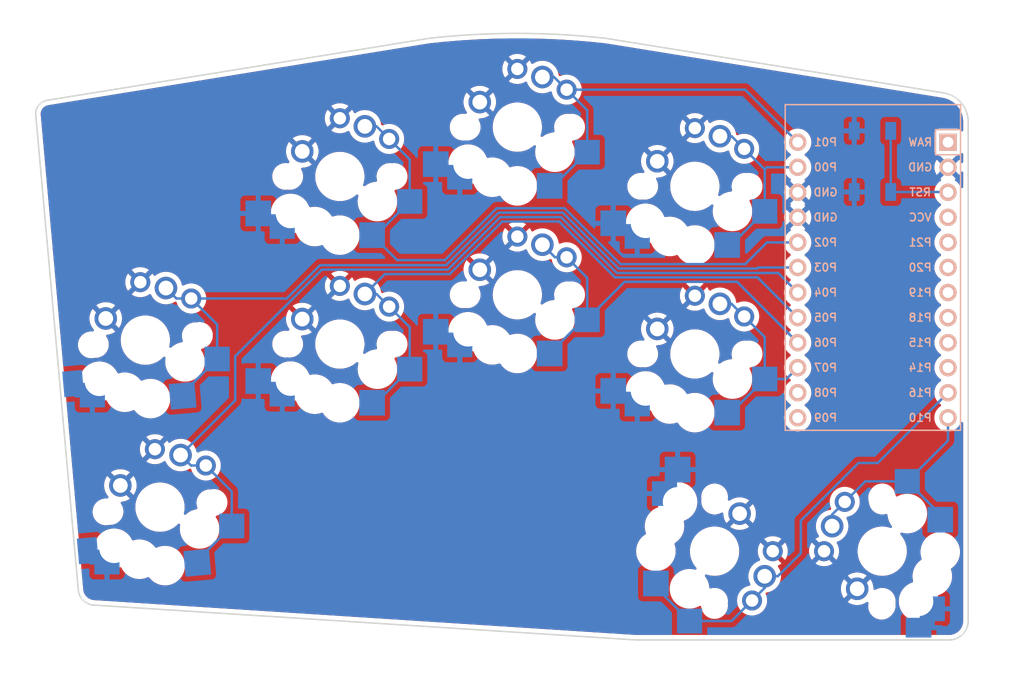
<source format=kicad_pcb>
(kicad_pcb (version 20211232) (generator pcbnew)
  (title_block (title "KEYBOARD_NAME_HERE") (rev "VERSION_HERE") (company "YOUR_NAME_HERE"))
  (layers (0 "F.Cu" signal) (31 "B.Cu" signal) (34 "B.Paste" user) (35 "F.Paste" user) (36 "B.SilkS" user "B.Silkscreen") (37 "F.SilkS" user "F.Silkscreen") (38 "B.Mask" user) (39 "F.Mask" user) (44 "Edge.Cuts" user))
  (net 0 "")
  (net 1 "P1")
  (net 2 "GND")
  (net 3 "P2")
  (net 4 "P3")
  (net 5 "P4")
  (net 6 "P5")
  (net 7 "P6")
  (net 8 "P7")
  (net 9 "P8")
  (net 10 "P10")
  (net 11 "P9")
  (net 12 "RAW")
  (net 13 "RST")
  (net 14 "VCC")
  (net 15 "P21")
  (net 16 "P20")
  (net 17 "P19")
  (net 18 "P18")
  (net 19 "P15")
  (net 20 "P14")
  (net 21 "P16")
  (net 22 "P0")
  (footprint "MX" (layer "F.Cu") (at 193.132 139.174)
    (fp_text reference "S10" hide)
    (fp_text value "" hide)
    (pad "" np_thru_hole circle locked (at -5.08 0) (size 1.7018 1.7018) (drill 1.7018) (layers *.Cu *.Mask))
    (pad "" np_thru_hole circle locked (at 0 0) (size 3.9878 3.9878) (drill 3.9878) (layers *.Cu *.Mask))
    (pad "" np_thru_hole circle locked (at 5.08 0) (size 1.7018 1.7018) (drill 1.7018) (layers *.Cu *.Mask))
    (pad "1" thru_hole circle locked (at 2.54 -5.08) (size 2.286 2.286) (drill 1.4986) (layers *.Cu *.Mask) (net 6 "P5"))
    (pad "2" thru_hole circle locked (at -3.81 -2.54) (size 2.286 2.286) (drill 1.4986) (layers *.Cu *.Mask) (net 2 "GND"))
  )
  (footprint "MX" (layer "F.Cu") (at 173.411717 138.773041 5)
    (fp_text reference "S6" hide)
    (fp_text value "" hide)
    (pad "" np_thru_hole circle locked (at -5.08 0) (size 1.7018 1.7018) (drill 1.7018) (layers *.Cu *.Mask))
    (pad "" np_thru_hole circle locked (at 0 0) (size 3.9878 3.9878) (drill 3.9878) (layers *.Cu *.Mask))
    (pad "" np_thru_hole circle locked (at 5.08 0) (size 1.7018 1.7018) (drill 1.7018) (layers *.Cu *.Mask))
    (pad "1" thru_hole circle locked (at 2.54 -5.08) (size 2.286 2.286) (drill 1.4986) (layers *.Cu *.Mask) (net 4 "P3"))
    (pad "2" thru_hole circle locked (at -3.81 -2.54) (size 2.286 2.286) (drill 1.4986) (layers *.Cu *.Mask) (net 2 "GND"))
  )
  (footprint "PG1350" (layer "F.Cu") (at 229.132 123.174)
    (fp_text reference "S29" hide)
    (fp_text value "" hide)
    (pad "" np_thru_hole circle locked (at -5.5 0) (size 1.7018 1.7018) (drill 1.7018) (layers *.Cu *.Mask))
    (pad "" np_thru_hole circle locked (at 0 0) (size 3.429 3.429) (drill 3.429) (layers *.Cu *.Mask))
    (pad "" np_thru_hole circle locked (at 5.5 0) (size 1.7018 1.7018) (drill 1.7018) (layers *.Cu *.Mask))
    (pad "1" thru_hole circle locked (at 5 -3.8) (size 2.032 2.032) (drill 1.27) (layers *.Cu *.Mask) (net 22 "P0"))
    (pad "2" thru_hole circle locked (at 0 -5.9) (size 2.032 2.032) (drill 1.27) (layers *.Cu *.Mask) (net 2 "GND"))
  )
  (footprint "PG1350" (layer "F.Cu") (at 229.132 123.174 180)
    (fp_text reference "S31" hide)
    (fp_text value "" hide)
    (pad "" np_thru_hole circle locked (at -5.5 0) (size 1.7018 1.7018) (drill 1.7018) (layers *.Cu *.Mask))
    (pad "" np_thru_hole circle locked (at 0 -5.95) (size 3 3) (drill 3) (layers *.Cu *.Mask))
    (pad "" np_thru_hole circle locked (at 0 0) (size 3.429 3.429) (drill 3.429) (layers *.Cu *.Mask))
    (pad "" np_thru_hole circle locked (at 5 -3.75) (size 3 3) (drill 3) (layers *.Cu *.Mask))
    (pad "" np_thru_hole circle locked (at 5.5 0) (size 1.7018 1.7018) (drill 1.7018) (layers *.Cu *.Mask))
    (pad "1" smd rect locked (at -3.275 -5.95 180) (size 2.6 2.6) (layers "B.Cu" "B.Paste" "B.Mask") (net 22 "P0"))
    (pad "2" smd rect locked (at 8.275 -3.75 180) (size 2.6 2.6) (layers "B.Cu" "B.Paste" "B.Mask") (net 2 "GND"))
  )
  (footprint "MX" (layer "F.Cu") (at 211.132 117.174 180)
    (fp_text reference "S24" hide)
    (fp_text value "" hide)
    (pad "" np_thru_hole circle locked (at -5.08 0) (size 1.7018 1.7018) (drill 1.7018) (layers *.Cu *.Mask))
    (pad "" np_thru_hole circle locked (at -3.81 -2.54) (size 3 3) (drill 3) (layers *.Cu *.Mask))
    (pad "" np_thru_hole circle locked (at 0 0) (size 3.9878 3.9878) (drill 3.9878) (layers *.Cu *.Mask))
    (pad "" np_thru_hole circle locked (at 2.54 -5.08) (size 3 3) (drill 3) (layers *.Cu *.Mask))
    (pad "" np_thru_hole circle locked (at 5.08 0) (size 1.7018 1.7018) (drill 1.7018) (layers *.Cu *.Mask))
    (pad "1" smd rect locked (at -7.085 -2.54 180) (size 2.55 2.5) (layers "B.Cu" "B.Paste" "B.Mask") (net 1 "P1"))
    (pad "2" smd rect locked (at 5.842 -5.08 180) (size 2.55 2.5) (layers "B.Cu" "B.Paste" "B.Mask") (net 2 "GND"))
  )
  (footprint "MX" (layer "F.Cu") (at 193.132 122.174)
    (fp_text reference "S14" hide)
    (fp_text value "" hide)
    (pad "" np_thru_hole circle locked (at -5.08 0) (size 1.7018 1.7018) (drill 1.7018) (layers *.Cu *.Mask))
    (pad "" np_thru_hole circle locked (at 0 0) (size 3.9878 3.9878) (drill 3.9878) (layers *.Cu *.Mask))
    (pad "" np_thru_hole circle locked (at 5.08 0) (size 1.7018 1.7018) (drill 1.7018) (layers *.Cu *.Mask))
    (pad "1" thru_hole circle locked (at 2.54 -5.08) (size 2.286 2.286) (drill 1.4986) (layers *.Cu *.Mask) (net 3 "P2"))
    (pad "2" thru_hole circle locked (at -3.81 -2.54) (size 2.286 2.286) (drill 1.4986) (layers *.Cu *.Mask) (net 2 "GND"))
  )
  (footprint "MX" (layer "F.Cu") (at 193.132 139.174 180)
    (fp_text reference "S12" hide)
    (fp_text value "" hide)
    (pad "" np_thru_hole circle locked (at -5.08 0) (size 1.7018 1.7018) (drill 1.7018) (layers *.Cu *.Mask))
    (pad "" np_thru_hole circle locked (at -3.81 -2.54) (size 3 3) (drill 3) (layers *.Cu *.Mask))
    (pad "" np_thru_hole circle locked (at 0 0) (size 3.9878 3.9878) (drill 3.9878) (layers *.Cu *.Mask))
    (pad "" np_thru_hole circle locked (at 2.54 -5.08) (size 3 3) (drill 3) (layers *.Cu *.Mask))
    (pad "" np_thru_hole circle locked (at 5.08 0) (size 1.7018 1.7018) (drill 1.7018) (layers *.Cu *.Mask))
    (pad "1" smd rect locked (at -7.085 -2.54 180) (size 2.55 2.5) (layers "B.Cu" "B.Paste" "B.Mask") (net 6 "P5"))
    (pad "2" smd rect locked (at 5.842 -5.08 180) (size 2.55 2.5) (layers "B.Cu" "B.Paste" "B.Mask") (net 2 "GND"))
  )
  (footprint "MX" (layer "F.Cu") (at 231.132 160.174 -90)
    (fp_text reference "S34" hide)
    (fp_text value "" hide)
    (pad "" np_thru_hole circle locked (at -5.08 0) (size 1.7018 1.7018) (drill 1.7018) (layers *.Cu *.Mask))
    (pad "" np_thru_hole circle locked (at 0 0) (size 3.9878 3.9878) (drill 3.9878) (layers *.Cu *.Mask))
    (pad "" np_thru_hole circle locked (at 5.08 0) (size 1.7018 1.7018) (drill 1.7018) (layers *.Cu *.Mask))
    (pad "1" thru_hole circle locked (at 2.54 -5.08) (size 2.286 2.286) (drill 1.4986) (layers *.Cu *.Mask) (net 21 "P16"))
    (pad "2" thru_hole circle locked (at -3.81 -2.54) (size 2.286 2.286) (drill 1.4986) (layers *.Cu *.Mask) (net 2 "GND"))
  )
  (footprint "MX" (layer "F.Cu") (at 193.132 122.174 180)
    (fp_text reference "S16" hide)
    (fp_text value "" hide)
    (pad "" np_thru_hole circle locked (at -5.08 0) (size 1.7018 1.7018) (drill 1.7018) (layers *.Cu *.Mask))
    (pad "" np_thru_hole circle locked (at -3.81 -2.54) (size 3 3) (drill 3) (layers *.Cu *.Mask))
    (pad "" np_thru_hole circle locked (at 0 0) (size 3.9878 3.9878) (drill 3.9878) (layers *.Cu *.Mask))
    (pad "" np_thru_hole circle locked (at 2.54 -5.08) (size 3 3) (drill 3) (layers *.Cu *.Mask))
    (pad "" np_thru_hole circle locked (at 5.08 0) (size 1.7018 1.7018) (drill 1.7018) (layers *.Cu *.Mask))
    (pad "1" smd rect locked (at -7.085 -2.54 180) (size 2.55 2.5) (layers "B.Cu" "B.Paste" "B.Mask") (net 3 "P2"))
    (pad "2" smd rect locked (at 5.842 -5.08 180) (size 2.55 2.5) (layers "B.Cu" "B.Paste" "B.Mask") (net 2 "GND"))
  )
  (footprint "PG1350" (layer "F.Cu") (at 193.132 139.174 180)
    (fp_text reference "S11" hide)
    (fp_text value "" hide)
    (pad "" np_thru_hole circle locked (at -5.5 0) (size 1.7018 1.7018) (drill 1.7018) (layers *.Cu *.Mask))
    (pad "" np_thru_hole circle locked (at 0 -5.95) (size 3 3) (drill 3) (layers *.Cu *.Mask))
    (pad "" np_thru_hole circle locked (at 0 0) (size 3.429 3.429) (drill 3.429) (layers *.Cu *.Mask))
    (pad "" np_thru_hole circle locked (at 5 -3.75) (size 3 3) (drill 3) (layers *.Cu *.Mask))
    (pad "" np_thru_hole circle locked (at 5.5 0) (size 1.7018 1.7018) (drill 1.7018) (layers *.Cu *.Mask))
    (pad "1" smd rect locked (at -3.275 -5.95 180) (size 2.6 2.6) (layers "B.Cu" "B.Paste" "B.Mask") (net 6 "P5"))
    (pad "2" smd rect locked (at 8.275 -3.75 180) (size 2.6 2.6) (layers "B.Cu" "B.Paste" "B.Mask") (net 2 "GND"))
  )
  (footprint "PG1350" (layer "F.Cu") (at 193.132 122.174 180)
    (fp_text reference "S15" hide)
    (fp_text value "" hide)
    (pad "" np_thru_hole circle locked (at -5.5 0) (size 1.7018 1.7018) (drill 1.7018) (layers *.Cu *.Mask))
    (pad "" np_thru_hole circle locked (at 0 -5.95) (size 3 3) (drill 3) (layers *.Cu *.Mask))
    (pad "" np_thru_hole circle locked (at 0 0) (size 3.429 3.429) (drill 3.429) (layers *.Cu *.Mask))
    (pad "" np_thru_hole circle locked (at 5 -3.75) (size 3 3) (drill 3) (layers *.Cu *.Mask))
    (pad "" np_thru_hole circle locked (at 5.5 0) (size 1.7018 1.7018) (drill 1.7018) (layers *.Cu *.Mask))
    (pad "1" smd rect locked (at -3.275 -5.95 180) (size 2.6 2.6) (layers "B.Cu" "B.Paste" "B.Mask") (net 3 "P2"))
    (pad "2" smd rect locked (at 8.275 -3.75 180) (size 2.6 2.6) (layers "B.Cu" "B.Paste" "B.Mask") (net 2 "GND"))
  )
  (footprint "PG1350" (layer "F.Cu") (at 229.132 140.174 180)
    (fp_text reference "S27" hide)
    (fp_text value "" hide)
    (pad "" np_thru_hole circle locked (at -5.5 0) (size 1.7018 1.7018) (drill 1.7018) (layers *.Cu *.Mask))
    (pad "" np_thru_hole circle locked (at 0 -5.95) (size 3 3) (drill 3) (layers *.Cu *.Mask))
    (pad "" np_thru_hole circle locked (at 0 0) (size 3.429 3.429) (drill 3.429) (layers *.Cu *.Mask))
    (pad "" np_thru_hole circle locked (at 5 -3.75) (size 3 3) (drill 3) (layers *.Cu *.Mask))
    (pad "" np_thru_hole circle locked (at 5.5 0) (size 1.7018 1.7018) (drill 1.7018) (layers *.Cu *.Mask))
    (pad "1" smd rect locked (at -3.275 -5.95 180) (size 2.6 2.6) (layers "B.Cu" "B.Paste" "B.Mask") (net 8 "P7"))
    (pad "2" smd rect locked (at 8.275 -3.75 180) (size 2.6 2.6) (layers "B.Cu" "B.Paste" "B.Mask") (net 2 "GND"))
  )
  (footprint "PG1350" (layer "F.Cu") (at 229.132 140.174)
    (fp_text reference "S25" hide)
    (fp_text value "" hide)
    (pad "" np_thru_hole circle locked (at -5.5 0) (size 1.7018 1.7018) (drill 1.7018) (layers *.Cu *.Mask))
    (pad "" np_thru_hole circle locked (at 0 0) (size 3.429 3.429) (drill 3.429) (layers *.Cu *.Mask))
    (pad "" np_thru_hole circle locked (at 5.5 0) (size 1.7018 1.7018) (drill 1.7018) (layers *.Cu *.Mask))
    (pad "1" thru_hole circle locked (at 5 -3.8) (size 2.032 2.032) (drill 1.27) (layers *.Cu *.Mask) (net 8 "P7"))
    (pad "2" thru_hole circle locked (at 0 -5.9) (size 2.032 2.032) (drill 1.27) (layers *.Cu *.Mask) (net 2 "GND"))
  )
  (footprint "PG1350" (layer "F.Cu") (at 231.132 160.174 -90)
    (fp_text reference "S33" hide)
    (fp_text value "" hide)
    (pad "" np_thru_hole circle locked (at -5.5 0) (size 1.7018 1.7018) (drill 1.7018) (layers *.Cu *.Mask))
    (pad "" np_thru_hole circle locked (at 0 0) (size 3.429 3.429) (drill 3.429) (layers *.Cu *.Mask))
    (pad "" np_thru_hole circle locked (at 5.5 0) (size 1.7018 1.7018) (drill 1.7018) (layers *.Cu *.Mask))
    (pad "1" thru_hole circle locked (at 5 -3.8) (size 2.032 2.032) (drill 1.27) (layers *.Cu *.Mask) (net 21 "P16"))
    (pad "2" thru_hole circle locked (at 0 -5.9) (size 2.032 2.032) (drill 1.27) (layers *.Cu *.Mask) (net 2 "GND"))
  )
  (footprint "PG1350" (layer "F.Cu") (at 248.132 160.174 90)
    (fp_text reference "S37" hide)
    (fp_text value "" hide)
    (pad "" np_thru_hole circle locked (at -5.5 0) (size 1.7018 1.7018) (drill 1.7018) (layers *.Cu *.Mask))
    (pad "" np_thru_hole circle locked (at 0 0) (size 3.429 3.429) (drill 3.429) (layers *.Cu *.Mask))
    (pad "" np_thru_hole circle locked (at 5.5 0) (size 1.7018 1.7018) (drill 1.7018) (layers *.Cu *.Mask))
    (pad "1" thru_hole circle locked (at 5 -3.8) (size 2.032 2.032) (drill 1.27) (layers *.Cu *.Mask) (net 10 "P10"))
    (pad "2" thru_hole circle locked (at 0 -5.9) (size 2.032 2.032) (drill 1.27) (layers *.Cu *.Mask) (net 2 "GND"))
  )
  (footprint "PG1350" (layer "F.Cu") (at 173.411717 138.773041 -175)
    (fp_text reference "S7" hide)
    (fp_text value "" hide)
    (pad "" np_thru_hole circle locked (at -5.5 0) (size 1.7018 1.7018) (drill 1.7018) (layers *.Cu *.Mask))
    (pad "" np_thru_hole circle locked (at 0 -5.95) (size 3 3) (drill 3) (layers *.Cu *.Mask))
    (pad "" np_thru_hole circle locked (at 0 0) (size 3.429 3.429) (drill 3.429) (layers *.Cu *.Mask))
    (pad "" np_thru_hole circle locked (at 5 -3.75) (size 3 3) (drill 3) (layers *.Cu *.Mask))
    (pad "" np_thru_hole circle locked (at 5.5 0) (size 1.7018 1.7018) (drill 1.7018) (layers *.Cu *.Mask))
    (pad "1" smd rect locked (at -3.275 -5.95 185) (size 2.6 2.6) (layers "B.Cu" "B.Paste" "B.Mask") (net 4 "P3"))
    (pad "2" smd rect locked (at 8.275 -3.75 185) (size 2 2.6) (drill (offset -0.6 0)) (layers "B.Cu" "B.Paste" "B.Mask") (net 2 "GND"))
  )
  (footprint "MX" (layer "F.Cu") (at 248.132 160.174 90)
    (fp_text reference "S38" hide)
    (fp_text value "" hide)
    (pad "" np_thru_hole circle locked (at -5.08 0) (size 1.7018 1.7018) (drill 1.7018) (layers *.Cu *.Mask))
    (pad "" np_thru_hole circle locked (at 0 0) (size 3.9878 3.9878) (drill 3.9878) (layers *.Cu *.Mask))
    (pad "" np_thru_hole circle locked (at 5.08 0) (size 1.7018 1.7018) (drill 1.7018) (layers *.Cu *.Mask))
    (pad "1" thru_hole circle locked (at 2.54 -5.08) (size 2.286 2.286) (drill 1.4986) (layers *.Cu *.Mask) (net 10 "P10"))
    (pad "2" thru_hole circle locked (at -3.81 -2.54) (size 2.286 2.286) (drill 1.4986) (layers *.Cu *.Mask) (net 2 "GND"))
  )
  (footprint "MX" (layer "F.Cu") (at 211.132 117.174)
    (fp_text reference "S22" hide)
    (fp_text value "" hide)
    (pad "" np_thru_hole circle locked (at -5.08 0) (size 1.7018 1.7018) (drill 1.7018) (layers *.Cu *.Mask))
    (pad "" np_thru_hole circle locked (at 0 0) (size 3.9878 3.9878) (drill 3.9878) (layers *.Cu *.Mask))
    (pad "" np_thru_hole circle locked (at 5.08 0) (size 1.7018 1.7018) (drill 1.7018) (layers *.Cu *.Mask))
    (pad "1" thru_hole circle locked (at 2.54 -5.08) (size 2.286 2.286) (drill 1.4986) (layers *.Cu *.Mask) (net 1 "P1"))
    (pad "2" thru_hole circle locked (at -3.81 -2.54) (size 2.286 2.286) (drill 1.4986) (layers *.Cu *.Mask) (net 2 "GND"))
  )
  (footprint "PG1350" (layer "F.Cu") (at 174.893365 155.708351 -175)
    (fp_text reference "S3" hide)
    (fp_text value "" hide)
    (pad "" np_thru_hole circle locked (at -5.5 0) (size 1.7018 1.7018) (drill 1.7018) (layers *.Cu *.Mask))
    (pad "" np_thru_hole circle locked (at 0 -5.95) (size 3 3) (drill 3) (layers *.Cu *.Mask))
    (pad "" np_thru_hole circle locked (at 0 0) (size 3.429 3.429) (drill 3.429) (layers *.Cu *.Mask))
    (pad "" np_thru_hole circle locked (at 5 -3.75) (size 3 3) (drill 3) (layers *.Cu *.Mask))
    (pad "" np_thru_hole circle locked (at 5.5 0) (size 1.7018 1.7018) (drill 1.7018) (layers *.Cu *.Mask))
    (pad "1" smd rect locked (at -3.275 -5.95 185) (size 2.6 2.6) (layers "B.Cu" "B.Paste" "B.Mask") (net 5 "P4"))
    (pad "2" smd rect locked (at 8.275 -3.75 185) (size 2 2.6) (drill (offset -0.6 0)) (layers "B.Cu" "B.Paste" "B.Mask") (net 2 "GND"))
  )
  (footprint "MX" (layer "F.Cu") (at 229.132 140.174 180)
    (fp_text reference "S28" hide)
    (fp_text value "" hide)
    (pad "" np_thru_hole circle locked (at -5.08 0) (size 1.7018 1.7018) (drill 1.7018) (layers *.Cu *.Mask))
    (pad "" np_thru_hole circle locked (at -3.81 -2.54) (size 3 3) (drill 3) (layers *.Cu *.Mask))
    (pad "" np_thru_hole circle locked (at 0 0) (size 3.9878 3.9878) (drill 3.9878) (layers *.Cu *.Mask))
    (pad "" np_thru_hole circle locked (at 2.54 -5.08) (size 3 3) (drill 3) (layers *.Cu *.Mask))
    (pad "" np_thru_hole circle locked (at 5.08 0) (size 1.7018 1.7018) (drill 1.7018) (layers *.Cu *.Mask))
    (pad "1" smd rect locked (at -7.085 -2.54 180) (size 2.55 2.5) (layers "B.Cu" "B.Paste" "B.Mask") (net 8 "P7"))
    (pad "2" smd rect locked (at 5.842 -5.08 180) (size 2.55 2.5) (layers "B.Cu" "B.Paste" "B.Mask") (net 2 "GND"))
  )
  (footprint "PG1350" (layer "F.Cu") (at 211.132 134.174)
    (fp_text reference "S17" hide)
    (fp_text value "" hide)
    (pad "" np_thru_hole circle locked (at -5.5 0) (size 1.7018 1.7018) (drill 1.7018) (layers *.Cu *.Mask))
    (pad "" np_thru_hole circle locked (at 0 0) (size 3.429 3.429) (drill 3.429) (layers *.Cu *.Mask))
    (pad "" np_thru_hole circle locked (at 5.5 0) (size 1.7018 1.7018) (drill 1.7018) (layers *.Cu *.Mask))
    (pad "1" thru_hole circle locked (at 5 -3.8) (size 2.032 2.032) (drill 1.27) (layers *.Cu *.Mask) (net 7 "P6"))
    (pad "2" thru_hole circle locked (at 0 -5.9) (size 2.032 2.032) (drill 1.27) (layers *.Cu *.Mask) (net 2 "GND"))
  )
  (footprint "MX" (layer "F.Cu") (at 211.132 134.174 180)
    (fp_text reference "S20" hide)
    (fp_text value "" hide)
    (pad "" np_thru_hole circle locked (at -5.08 0) (size 1.7018 1.7018) (drill 1.7018) (layers *.Cu *.Mask))
    (pad "" np_thru_hole circle locked (at -3.81 -2.54) (size 3 3) (drill 3) (layers *.Cu *.Mask))
    (pad "" np_thru_hole circle locked (at 0 0) (size 3.9878 3.9878) (drill 3.9878) (layers *.Cu *.Mask))
    (pad "" np_thru_hole circle locked (at 2.54 -5.08) (size 3 3) (drill 3) (layers *.Cu *.Mask))
    (pad "" np_thru_hole circle locked (at 5.08 0) (size 1.7018 1.7018) (drill 1.7018) (layers *.Cu *.Mask))
    (pad "1" smd rect locked (at -7.085 -2.54 180) (size 2.55 2.5) (layers "B.Cu" "B.Paste" "B.Mask") (net 7 "P6"))
    (pad "2" smd rect locked (at 5.842 -5.08 180) (size 2.55 2.5) (layers "B.Cu" "B.Paste" "B.Mask") (net 2 "GND"))
  )
  (footprint "PG1350" (layer "F.Cu") (at 193.132 122.174)
    (fp_text reference "S13" hide)
    (fp_text value "" hide)
    (pad "" np_thru_hole circle locked (at -5.5 0) (size 1.7018 1.7018) (drill 1.7018) (layers *.Cu *.Mask))
    (pad "" np_thru_hole circle locked (at 0 0) (size 3.429 3.429) (drill 3.429) (layers *.Cu *.Mask))
    (pad "" np_thru_hole circle locked (at 5.5 0) (size 1.7018 1.7018) (drill 1.7018) (layers *.Cu *.Mask))
    (pad "1" thru_hole circle locked (at 5 -3.8) (size 2.032 2.032) (drill 1.27) (layers *.Cu *.Mask) (net 3 "P2"))
    (pad "2" thru_hole circle locked (at 0 -5.9) (size 2.032 2.032) (drill 1.27) (layers *.Cu *.Mask) (net 2 "GND"))
  )
  (footprint "PG1350" (layer "F.Cu") (at 211.132 117.174 180)
    (fp_text reference "S23" hide)
    (fp_text value "" hide)
    (pad "" np_thru_hole circle locked (at -5.5 0) (size 1.7018 1.7018) (drill 1.7018) (layers *.Cu *.Mask))
    (pad "" np_thru_hole circle locked (at 0 -5.95) (size 3 3) (drill 3) (layers *.Cu *.Mask))
    (pad "" np_thru_hole circle locked (at 0 0) (size 3.429 3.429) (drill 3.429) (layers *.Cu *.Mask))
    (pad "" np_thru_hole circle locked (at 5 -3.75) (size 3 3) (drill 3) (layers *.Cu *.Mask))
    (pad "" np_thru_hole circle locked (at 5.5 0) (size 1.7018 1.7018) (drill 1.7018) (layers *.Cu *.Mask))
    (pad "1" smd rect locked (at -3.275 -5.95 180) (size 2.6 2.6) (layers "B.Cu" "B.Paste" "B.Mask") (net 1 "P1"))
    (pad "2" smd rect locked (at 8.275 -3.75 180) (size 2.6 2.6) (layers "B.Cu" "B.Paste" "B.Mask") (net 2 "GND"))
  )
  (footprint "PG1350" (layer "F.Cu") (at 174.893365 155.708351 5)
    (fp_text reference "S1" hide)
    (fp_text value "" hide)
    (pad "" np_thru_hole circle locked (at -5.5 0) (size 1.7018 1.7018) (drill 1.7018) (layers *.Cu *.Mask))
    (pad "" np_thru_hole circle locked (at 0 0) (size 3.429 3.429) (drill 3.429) (layers *.Cu *.Mask))
    (pad "" np_thru_hole circle locked (at 5.5 0) (size 1.7018 1.7018) (drill 1.7018) (layers *.Cu *.Mask))
    (pad "1" thru_hole circle locked (at 5 -3.8) (size 2.032 2.032) (drill 1.27) (layers *.Cu *.Mask) (net 5 "P4"))
    (pad "2" thru_hole circle locked (at 0 -5.9) (size 2.032 2.032) (drill 1.27) (layers *.Cu *.Mask) (net 2 "GND"))
  )
  (footprint "MX" (layer "F.Cu") (at 174.893365 155.708351 5)
    (fp_text reference "S2" hide)
    (fp_text value "" hide)
    (pad "" np_thru_hole circle locked (at -5.08 0) (size 1.7018 1.7018) (drill 1.7018) (layers *.Cu *.Mask))
    (pad "" np_thru_hole circle locked (at 0 0) (size 3.9878 3.9878) (drill 3.9878) (layers *.Cu *.Mask))
    (pad "" np_thru_hole circle locked (at 5.08 0) (size 1.7018 1.7018) (drill 1.7018) (layers *.Cu *.Mask))
    (pad "1" thru_hole circle locked (at 2.54 -5.08) (size 2.286 2.286) (drill 1.4986) (layers *.Cu *.Mask) (net 5 "P4"))
    (pad "2" thru_hole circle locked (at -3.81 -2.54) (size 2.286 2.286) (drill 1.4986) (layers *.Cu *.Mask) (net 2 "GND"))
  )
  (footprint "MX" (layer "F.Cu") (at 229.132 123.174 180)
    (fp_text reference "S32" hide)
    (fp_text value "" hide)
    (pad "" np_thru_hole circle locked (at -5.08 0) (size 1.7018 1.7018) (drill 1.7018) (layers *.Cu *.Mask))
    (pad "" np_thru_hole circle locked (at -3.81 -2.54) (size 3 3) (drill 3) (layers *.Cu *.Mask))
    (pad "" np_thru_hole circle locked (at 0 0) (size 3.9878 3.9878) (drill 3.9878) (layers *.Cu *.Mask))
    (pad "" np_thru_hole circle locked (at 2.54 -5.08) (size 3 3) (drill 3) (layers *.Cu *.Mask))
    (pad "" np_thru_hole circle locked (at 5.08 0) (size 1.7018 1.7018) (drill 1.7018) (layers *.Cu *.Mask))
    (pad "1" smd rect locked (at -7.085 -2.54 180) (size 2.55 2.5) (layers "B.Cu" "B.Paste" "B.Mask") (net 22 "P0"))
    (pad "2" smd rect locked (at 5.842 -5.08 180) (size 2.55 2.5) (layers "B.Cu" "B.Paste" "B.Mask") (net 2 "GND"))
  )
  (footprint "MX" (layer "F.Cu") (at 174.893365 155.708351 -175)
    (fp_text reference "S4" hide)
    (fp_text value "" hide)
    (pad "" np_thru_hole circle locked (at -5.08 0) (size 1.7018 1.7018) (drill 1.7018) (layers *.Cu *.Mask))
    (pad "" np_thru_hole circle locked (at -3.81 -2.54) (size 3 3) (drill 3) (layers *.Cu *.Mask))
    (pad "" np_thru_hole circle locked (at 0 0) (size 3.9878 3.9878) (drill 3.9878) (layers *.Cu *.Mask))
    (pad "" np_thru_hole circle locked (at 2.54 -5.08) (size 3 3) (drill 3) (layers *.Cu *.Mask))
    (pad "" np_thru_hole circle locked (at 5.08 0) (size 1.7018 1.7018) (drill 1.7018) (layers *.Cu *.Mask))
    (pad "1" smd rect locked (at -7.085 -2.54 180) (size 2.55 2.5) (layers "B.Cu" "B.Paste" "B.Mask") (net 5 "P4"))
    (pad "2" smd rect locked (at 5.842 -5.08 180) (size 2.55 2.5) (layers "B.Cu" "B.Paste" "B.Mask") (net 2 "GND"))
  )
  (footprint "MX" (layer "F.Cu") (at 211.132 134.174)
    (fp_text reference "S18" hide)
    (fp_text value "" hide)
    (pad "" np_thru_hole circle locked (at -5.08 0) (size 1.7018 1.7018) (drill 1.7018) (layers *.Cu *.Mask))
    (pad "" np_thru_hole circle locked (at 0 0) (size 3.9878 3.9878) (drill 3.9878) (layers *.Cu *.Mask))
    (pad "" np_thru_hole circle locked (at 5.08 0) (size 1.7018 1.7018) (drill 1.7018) (layers *.Cu *.Mask))
    (pad "1" thru_hole circle locked (at 2.54 -5.08) (size 2.286 2.286) (drill 1.4986) (layers *.Cu *.Mask) (net 7 "P6"))
    (pad "2" thru_hole circle locked (at -3.81 -2.54) (size 2.286 2.286) (drill 1.4986) (layers *.Cu *.Mask) (net 2 "GND"))
  )
  (footprint "MX" (layer "F.Cu") (at 229.132 123.174)
    (fp_text reference "S30" hide)
    (fp_text value "" hide)
    (pad "" np_thru_hole circle locked (at -5.08 0) (size 1.7018 1.7018) (drill 1.7018) (layers *.Cu *.Mask))
    (pad "" np_thru_hole circle locked (at 0 0) (size 3.9878 3.9878) (drill 3.9878) (layers *.Cu *.Mask))
    (pad "" np_thru_hole circle locked (at 5.08 0) (size 1.7018 1.7018) (drill 1.7018) (layers *.Cu *.Mask))
    (pad "1" thru_hole circle locked (at 2.54 -5.08) (size 2.286 2.286) (drill 1.4986) (layers *.Cu *.Mask) (net 22 "P0"))
    (pad "2" thru_hole circle locked (at -3.81 -2.54) (size 2.286 2.286) (drill 1.4986) (layers *.Cu *.Mask) (net 2 "GND"))
  )
  (footprint "PG1350" (layer "F.Cu") (at 231.132 160.174 90)
    (fp_text reference "S35" hide)
    (fp_text value "" hide)
    (pad "" np_thru_hole circle locked (at -5.5 0) (size 1.7018 1.7018) (drill 1.7018) (layers *.Cu *.Mask))
    (pad "" np_thru_hole circle locked (at 0 -5.95) (size 3 3) (drill 3) (layers *.Cu *.Mask))
    (pad "" np_thru_hole circle locked (at 0 0) (size 3.429 3.429) (drill 3.429) (layers *.Cu *.Mask))
    (pad "" np_thru_hole circle locked (at 5 -3.75) (size 3 3) (drill 3) (layers *.Cu *.Mask))
    (pad "" np_thru_hole circle locked (at 5.5 0) (size 1.7018 1.7018) (drill 1.7018) (layers *.Cu *.Mask))
    (pad "1" smd rect locked (at -3.275 -5.95 90) (size 2.6 2.6) (layers "B.Cu" "B.Paste" "B.Mask") (net 21 "P16"))
    (pad "2" smd rect locked (at 8.275 -3.75 90) (size 2.6 2.6) (layers "B.Cu" "B.Paste" "B.Mask") (net 2 "GND"))
  )
  (footprint "PG1350" (layer "F.Cu") (at 211.132 134.174 180)
    (fp_text reference "S19" hide)
    (fp_text value "" hide)
    (pad "" np_thru_hole circle locked (at -5.5 0) (size 1.7018 1.7018) (drill 1.7018) (layers *.Cu *.Mask))
    (pad "" np_thru_hole circle locked (at 0 -5.95) (size 3 3) (drill 3) (layers *.Cu *.Mask))
    (pad "" np_thru_hole circle locked (at 0 0) (size 3.429 3.429) (drill 3.429) (layers *.Cu *.Mask))
    (pad "" np_thru_hole circle locked (at 5 -3.75) (size 3 3) (drill 3) (layers *.Cu *.Mask))
    (pad "" np_thru_hole circle locked (at 5.5 0) (size 1.7018 1.7018) (drill 1.7018) (layers *.Cu *.Mask))
    (pad "1" smd rect locked (at -3.275 -5.95 180) (size 2.6 2.6) (layers "B.Cu" "B.Paste" "B.Mask") (net 7 "P6"))
    (pad "2" smd rect locked (at 8.275 -3.75 180) (size 2.6 2.6) (layers "B.Cu" "B.Paste" "B.Mask") (net 2 "GND"))
  )
  (footprint "PG1350" (layer "F.Cu") (at 248.0656 160.254 -90)
    (fp_text reference "S39" hide)
    (fp_text value "" hide)
    (pad "" np_thru_hole circle locked (at -5.5 0) (size 1.7018 1.7018) (drill 1.7018) (layers *.Cu *.Mask))
    (pad "" np_thru_hole circle locked (at 0 -5.95) (size 3 3) (drill 3) (layers *.Cu *.Mask))
    (pad "" np_thru_hole circle locked (at 0 0) (size 3.429 3.429) (drill 3.429) (layers *.Cu *.Mask))
    (pad "" np_thru_hole circle locked (at 5 -3.75) (size 3 3) (drill 3) (layers *.Cu *.Mask))
    (pad "" np_thru_hole circle locked (at 5.5 0) (size 1.7018 1.7018) (drill 1.7018) (layers *.Cu *.Mask))
    (pad "1" smd rect locked (at -3.275 -5.95 270) (size 2.6 2.6) (layers "B.Cu" "B.Paste" "B.Mask") (net 10 "P10"))
    (pad "2" smd rect locked (at 8.275 -3.75 270) (size 2 2.6) (drill (offset -0.6 0)) (layers "B.Cu" "B.Paste" "B.Mask") (net 2 "GND"))
  )
  (footprint "PG1350" (layer "F.Cu") (at 173.411717 138.773041 5)
    (fp_text reference "S5" hide)
    (fp_text value "" hide)
    (pad "" np_thru_hole circle locked (at -5.5 0) (size 1.7018 1.7018) (drill 1.7018) (layers *.Cu *.Mask))
    (pad "" np_thru_hole circle locked (at 0 0) (size 3.429 3.429) (drill 3.429) (layers *.Cu *.Mask))
    (pad "" np_thru_hole circle locked (at 5.5 0) (size 1.7018 1.7018) (drill 1.7018) (layers *.Cu *.Mask))
    (pad "1" thru_hole circle locked (at 5 -3.8) (size 2.032 2.032) (drill 1.27) (layers *.Cu *.Mask) (net 4 "P3"))
    (pad "2" thru_hole circle locked (at 0 -5.9) (size 2.032 2.032) (drill 1.27) (layers *.Cu *.Mask) (net 2 "GND"))
  )
  (footprint "PG1350" (layer "F.Cu") (at 211.132 117.174)
    (fp_text reference "S21" hide)
    (fp_text value "" hide)
    (pad "" np_thru_hole circle locked (at -5.5 0) (size 1.7018 1.7018) (drill 1.7018) (layers *.Cu *.Mask))
    (pad "" np_thru_hole circle locked (at 0 0) (size 3.429 3.429) (drill 3.429) (layers *.Cu *.Mask))
    (pad "" np_thru_hole circle locked (at 5.5 0) (size 1.7018 1.7018) (drill 1.7018) (layers *.Cu *.Mask))
    (pad "1" thru_hole circle locked (at 5 -3.8) (size 2.032 2.032) (drill 1.27) (layers *.Cu *.Mask) (net 1 "P1"))
    (pad "2" thru_hole circle locked (at 0 -5.9) (size 2.032 2.032) (drill 1.27) (layers *.Cu *.Mask) (net 2 "GND"))
  )
  (footprint "MX" (layer "F.Cu") (at 248.132 160.174 -90)
    (fp_text reference "S40" hide)
    (fp_text value "" hide)
    (pad "" np_thru_hole circle locked (at -5.08 0) (size 1.7018 1.7018) (drill 1.7018) (layers *.Cu *.Mask))
    (pad "" np_thru_hole circle locked (at -3.81 -2.54) (size 3 3) (drill 3) (layers *.Cu *.Mask))
    (pad "" np_thru_hole circle locked (at 0 0) (size 3.9878 3.9878) (drill 3.9878) (layers *.Cu *.Mask))
    (pad "" np_thru_hole circle locked (at 2.54 -5.08) (size 3 3) (drill 3) (layers *.Cu *.Mask))
    (pad "" np_thru_hole circle locked (at 5.08 0) (size 1.7018 1.7018) (drill 1.7018) (layers *.Cu *.Mask))
    (pad "1" smd rect locked (at -7.085 -2.54 180) (size 2.55 2.5) (layers "B.Cu" "B.Paste" "B.Mask") (net 10 "P10"))
    (pad "2" smd rect locked (at 5.842 -5.08 180) (size 2.55 2.5) (layers "B.Cu" "B.Paste" "B.Mask") (net 2 "GND"))
  )
  (footprint "MX" (layer "F.Cu") (at 173.411717 138.773041 -175)
    (fp_text reference "S8" hide)
    (fp_text value "" hide)
    (pad "" np_thru_hole circle locked (at -5.08 0) (size 1.7018 1.7018) (drill 1.7018) (layers *.Cu *.Mask))
    (pad "" np_thru_hole circle locked (at -3.81 -2.54) (size 3 3) (drill 3) (layers *.Cu *.Mask))
    (pad "" np_thru_hole circle locked (at 0 0) (size 3.9878 3.9878) (drill 3.9878) (layers *.Cu *.Mask))
    (pad "" np_thru_hole circle locked (at 2.54 -5.08) (size 3 3) (drill 3) (layers *.Cu *.Mask))
    (pad "" np_thru_hole circle locked (at 5.08 0) (size 1.7018 1.7018) (drill 1.7018) (layers *.Cu *.Mask))
    (pad "1" smd rect locked (at -7.085 -2.54 180) (size 2.55 2.5) (layers "B.Cu" "B.Paste" "B.Mask") (net 4 "P3"))
    (pad "2" smd rect locked (at 5.842 -5.08 180) (size 2.55 2.5) (layers "B.Cu" "B.Paste" "B.Mask") (net 2 "GND"))
  )
  (footprint "MX" (layer "F.Cu") (at 231.132 160.174 90)
    (fp_text reference "S36" hide)
    (fp_text value "" hide)
    (pad "" np_thru_hole circle locked (at -5.08 0) (size 1.7018 1.7018) (drill 1.7018) (layers *.Cu *.Mask))
    (pad "" np_thru_hole circle locked (at -3.81 -2.54) (size 3 3) (drill 3) (layers *.Cu *.Mask))
    (pad "" np_thru_hole circle locked (at 0 0) (size 3.9878 3.9878) (drill 3.9878) (layers *.Cu *.Mask))
    (pad "" np_thru_hole circle locked (at 2.54 -5.08) (size 3 3) (drill 3) (layers *.Cu *.Mask))
    (pad "" np_thru_hole circle locked (at 5.08 0) (size 1.7018 1.7018) (drill 1.7018) (layers *.Cu *.Mask))
    (pad "1" smd rect locked (at -7.085 -2.54 180) (size 2.55 2.5) (layers "B.Cu" "B.Paste" "B.Mask") (net 21 "P16"))
    (pad "2" smd rect locked (at 5.842 -5.08 180) (size 2.55 2.5) (layers "B.Cu" "B.Paste" "B.Mask") (net 2 "GND"))
  )
  (footprint "MX" (layer "F.Cu") (at 229.132 140.174)
    (fp_text reference "S26" hide)
    (fp_text value "" hide)
    (pad "" np_thru_hole circle locked (at -5.08 0) (size 1.7018 1.7018) (drill 1.7018) (layers *.Cu *.Mask))
    (pad "" np_thru_hole circle locked (at 0 0) (size 3.9878 3.9878) (drill 3.9878) (layers *.Cu *.Mask))
    (pad "" np_thru_hole circle locked (at 5.08 0) (size 1.7018 1.7018) (drill 1.7018) (layers *.Cu *.Mask))
    (pad "1" thru_hole circle locked (at 2.54 -5.08) (size 2.286 2.286) (drill 1.4986) (layers *.Cu *.Mask) (net 8 "P7"))
    (pad "2" thru_hole circle locked (at -3.81 -2.54) (size 2.286 2.286) (drill 1.4986) (layers *.Cu *.Mask) (net 2 "GND"))
  )
  (footprint "PG1350" (layer "F.Cu") (at 193.132 139.174)
    (fp_text reference "S9" hide)
    (fp_text value "" hide)
    (pad "" np_thru_hole circle locked (at -5.5 0) (size 1.7018 1.7018) (drill 1.7018) (layers *.Cu *.Mask))
    (pad "" np_thru_hole circle locked (at 0 0) (size 3.429 3.429) (drill 3.429) (layers *.Cu *.Mask))
    (pad "" np_thru_hole circle locked (at 5.5 0) (size 1.7018 1.7018) (drill 1.7018) (layers *.Cu *.Mask))
    (pad "1" thru_hole circle locked (at 5 -3.8) (size 2.032 2.032) (drill 1.27) (layers *.Cu *.Mask) (net 6 "P5"))
    (pad "2" thru_hole circle locked (at 0 -5.9) (size 2.032 2.032) (drill 1.27) (layers *.Cu *.Mask) (net 2 "GND"))
  )
  (footprint "E73:SW_TACT_ALPS_SKQGABE010" (layer "B.Cu") (at 247.142 120.65 90)
    (fp_text reference "B1" hide)
    (fp_text value "" hide)
    (pad "1" smd rect (at -3.1 1.85 90) (size 1.8 1.1) (layers "B.Cu" "B.Paste" "B.Mask") (net 13 "RST"))
    (pad "1" smd rect (at 3.1 1.85 90) (size 1.8 1.1) (layers "B.Cu" "B.Paste" "B.Mask") (net 13 "RST"))
    (pad "2" smd rect (at -3.1 -1.85 90) (size 1.8 1.1) (layers "B.Cu" "B.Paste" "B.Mask") (net 2 "GND"))
    (pad "2" smd rect (at 3.1 -1.85 90) (size 1.8 1.1) (layers "B.Cu" "B.Paste" "B.Mask") (net 2 "GND"))
  )
  (footprint "ProMicro" (layer "B.Cu") (at 247.182 132.674 -90)
    (fp_text reference "MCU1" hide)
    (fp_text value "" hide)
    (fp_text user "GND" (at -6.35 4.8) (layer "B.SilkS") (effects (font (size 0.8 0.8)) (justify mirror)))
    (fp_text user "P10" (at 13.97 -4.8) (layer "B.SilkS") (effects (font (size 0.8 0.8)) (justify mirror)))
    (fp_text user "P21" (at -3.81 -4.8) (layer "B.SilkS") (effects (font (size 0.8 0.8)) (justify mirror)))
    (fp_text user "P20" (at -1.27 -4.8) (layer "B.SilkS") (effects (font (size 0.8 0.8)) (justify mirror)))
    (fp_text user "P04" (at 1.27 4.8) (layer "B.SilkS") (effects (font (size 0.8 0.8)) (justify mirror)))
    (fp_text user "P14" (at 8.89 -4.8) (layer "B.SilkS") (effects (font (size 0.8 0.8)) (justify mirror)))
    (fp_text user "RAW" (at -13.97 -4.8) (layer "B.SilkS") (effects (font (size 0.8 0.8)) (justify mirror)))
    (fp_text user "VCC" (at -6.35 -4.8) (layer "B.SilkS") (effects (font (size 0.8 0.8)) (justify mirror)))
    (fp_text user "P18" (at 3.81 -4.8) (layer "B.SilkS") (effects (font (size 0.8 0.8)) (justify mirror)))
    (fp_text user "P02" (at -3.81 4.8) (layer "B.SilkS") (effects (font (size 0.8 0.8)) (justify mirror)))
    (fp_text user "P16" (at 11.43 -4.8) (layer "B.SilkS") (effects (font (size 0.8 0.8)) (justify mirror)))
    (fp_text user "GND" (at -11.43 -4.8) (layer "B.SilkS") (effects (font (size 0.8 0.8)) (justify mirror)))
    (fp_text user "P05" (at 3.81 4.8) (layer "B.SilkS") (effects (font (size 0.8 0.8)) (justify mirror)))
    (fp_text user "P09" (at 13.97 4.8) (layer "B.SilkS") (effects (font (size 0.8 0.8)) (justify mirror)))
    (fp_text user "P07" (at 8.89 4.8) (layer "B.SilkS") (effects (font (size 0.8 0.8)) (justify mirror)))
    (fp_text user "P06" (at 6.35 4.8) (layer "B.SilkS") (effects (font (size 0.8 0.8)) (justify mirror)))
    (fp_text user "P03" (at -1.27 4.8) (layer "B.SilkS") (effects (font (size 0.8 0.8)) (justify mirror)))
    (fp_text user "P01" (at -13.97 4.8) (layer "B.SilkS") (effects (font (size 0.8 0.8)) (justify mirror)))
    (fp_text user "P15" (at 6.35 -4.8) (layer "B.SilkS") (effects (font (size 0.8 0.8)) (justify mirror)))
    (fp_text user "RST" (at -8.89 -4.8) (layer "B.SilkS") (effects (font (size 0.8 0.8)) (justify mirror)))
    (fp_text user "P08" (at 11.43 4.8) (layer "B.SilkS") (effects (font (size 0.8 0.8)) (justify mirror)))
    (fp_text user "P00" (at -11.43 4.8) (layer "B.SilkS") (effects (font (size 0.8 0.8)) (justify mirror)))
    (fp_text user "P19" (at 1.27 -4.8) (layer "B.SilkS") (effects (font (size 0.8 0.8)) (justify mirror)))
    (fp_text user "GND" (at -8.89 4.8) (layer "B.SilkS") (effects (font (size 0.8 0.8)) (justify mirror)))
    (fp_line (start -17.78 -8.89) (end 15.24 -8.89) (stroke (width 0.15)) (layer "B.SilkS"))
    (fp_line (start -17.78 8.89) (end -17.78 -8.89) (stroke (width 0.15)) (layer "B.SilkS"))
    (fp_line (start -15.24 -6.35) (end -15.24 -8.89) (stroke (width 0.15)) (layer "B.SilkS"))
    (fp_line (start -15.24 -6.35) (end -12.7 -6.35) (stroke (width 0.15)) (layer "B.SilkS"))
    (fp_line (start -12.7 -6.35) (end -12.7 -8.89) (stroke (width 0.15)) (layer "B.SilkS"))
    (fp_line (start 15.24 -8.89) (end 15.24 8.89) (stroke (width 0.15)) (layer "B.SilkS"))
    (fp_line (start 15.24 8.89) (end -17.78 8.89) (stroke (width 0.15)) (layer "B.SilkS"))
    (pad "1" thru_hole rect locked (at -13.97 -7.62 270) (size 1.7526 1.7526) (drill 1.0922) (layers *.Cu *.SilkS *.Mask) (net 12 "RAW"))
    (pad "2" thru_hole circle locked (at -11.43 -7.62 180) (size 1.7526 1.7526) (drill 1.0922) (layers *.Cu *.SilkS *.Mask) (net 2 "GND"))
    (pad "3" thru_hole circle locked (at -8.89 -7.62 180) (size 1.7526 1.7526) (drill 1.0922) (layers *.Cu *.SilkS *.Mask) (net 13 "RST"))
    (pad "4" thru_hole circle locked (at -6.35 -7.62 180) (size 1.7526 1.7526) (drill 1.0922) (layers *.Cu *.SilkS *.Mask) (net 14 "VCC"))
    (pad "5" thru_hole circle locked (at -3.81 -7.62 180) (size 1.7526 1.7526) (drill 1.0922) (layers *.Cu *.SilkS *.Mask) (net 15 "P21"))
    (pad "6" thru_hole circle locked (at -1.27 -7.62 180) (size 1.7526 1.7526) (drill 1.0922) (layers *.Cu *.SilkS *.Mask) (net 16 "P20"))
    (pad "7" thru_hole circle locked (at 1.27 -7.62 180) (size 1.7526 1.7526) (drill 1.0922) (layers *.Cu *.SilkS *.Mask) (net 17 "P19"))
    (pad "8" thru_hole circle locked (at 3.81 -7.62 180) (size 1.7526 1.7526) (drill 1.0922) (layers *.Cu *.SilkS *.Mask) (net 18 "P18"))
    (pad "9" thru_hole circle locked (at 6.35 -7.62 180) (size 1.7526 1.7526) (drill 1.0922) (layers *.Cu *.SilkS *.Mask) (net 19 "P15"))
    (pad "10" thru_hole circle locked (at 8.89 -7.62 180) (size 1.7526 1.7526) (drill 1.0922) (layers *.Cu *.SilkS *.Mask) (net 20 "P14"))
    (pad "11" thru_hole circle locked (at 11.43 -7.62 180) (size 1.7526 1.7526) (drill 1.0922) (layers *.Cu *.SilkS *.Mask) (net 21 "P16"))
    (pad "12" thru_hole circle locked (at 13.97 -7.62 180) (size 1.7526 1.7526) (drill 1.0922) (layers *.Cu *.SilkS *.Mask) (net 10 "P10"))
    (pad "13" thru_hole circle locked (at -13.97 7.62 180) (size 1.7526 1.7526) (drill 1.0922) (layers *.Cu *.SilkS *.Mask) (net 1 "P1"))
    (pad "14" thru_hole circle locked (at -11.43 7.62 180) (size 1.7526 1.7526) (drill 1.0922) (layers *.Cu *.SilkS *.Mask) (net 22 "P0"))
    (pad "15" thru_hole circle locked (at -8.89 7.62 180) (size 1.7526 1.7526) (drill 1.0922) (layers *.Cu *.SilkS *.Mask) (net 2 "GND"))
    (pad "16" thru_hole circle locked (at -6.35 7.62 180) (size 1.7526 1.7526) (drill 1.0922) (layers *.Cu *.SilkS *.Mask) (net 2 "GND"))
    (pad "17" thru_hole circle locked (at -3.81 7.62 180) (size 1.7526 1.7526) (drill 1.0922) (layers *.Cu *.SilkS *.Mask) (net 3 "P2"))
    (pad "18" thru_hole circle locked (at -1.27 7.62 180) (size 1.7526 1.7526) (drill 1.0922) (layers *.Cu *.SilkS *.Mask) (net 4 "P3"))
    (pad "19" thru_hole circle locked (at 1.27 7.62 180) (size 1.7526 1.7526) (drill 1.0922) (layers *.Cu *.SilkS *.Mask) (net 5 "P4"))
    (pad "20" thru_hole circle locked (at 3.81 7.62 180) (size 1.7526 1.7526) (drill 1.0922) (layers *.Cu *.SilkS *.Mask) (net 6 "P5"))
    (pad "21" thru_hole circle locked (at 6.35 7.62 180) (size 1.7526 1.7526) (drill 1.0922) (layers *.Cu *.SilkS *.Mask) (net 7 "P6"))
    (pad "22" thru_hole circle locked (at 8.89 7.62 180) (size 1.7526 1.7526) (drill 1.0922) (layers *.Cu *.SilkS *.Mask) (net 8 "P7"))
    (pad "23" thru_hole circle locked (at 11.43 7.62 180) (size 1.7526 1.7526) (drill 1.0922) (layers *.Cu *.SilkS *.Mask) (net 9 "P8"))
    (pad "24" thru_hole circle locked (at 13.97 7.62 180) (size 1.7526 1.7526) (drill 1.0922) (layers *.Cu *.SilkS *.Mask) (net 11 "P9"))
  )
  (gr_line (start 256.8448 116.4844) (end 256.8448 167.3098) (stroke (width 0.15)) (layer "Edge.Cuts"))
  (gr_line (start 223.132 169.174) (end 168.0718 165.6334) (stroke (width 0.15)) (layer "Edge.Cuts"))
  (gr_arc (start 202.132 108.174) (mid 211.132 107.667267) (end 220.132 108.174) (stroke (width 0.15)) (layer "Edge.Cuts"))
  (gr_arc (start 168.0718 165.6334) (mid 167.127803 165.179924) (end 166.624 164.2618) (stroke (width 0.15)) (layer "Edge.Cuts"))
  (gr_arc (start 256.8448 167.3098) (mid 256.282304 168.604548) (end 254.9906 169.174) (stroke (width 0.15)) (layer "Edge.Cuts"))
  (gr_line (start 163.473995 114.450248) (end 202.132 108.174) (stroke (width 0.15)) (layer "Edge.Cuts"))
  (gr_arc (start 162.293218 115.9002) (mid 162.6053 114.948583) (end 163.473995 114.450248) (stroke (width 0.15)) (layer "Edge.Cuts"))
  (gr_line (start 166.624 164.2618) (end 162.293218 115.9002) (stroke (width 0.15)) (layer "Edge.Cuts"))
  (gr_line (start 220.132 108.174) (end 254.2794 113.6904) (stroke (width 0.15)) (layer "Edge.Cuts"))
  (gr_line (start 223.132 169.174) (end 254.9906 169.174) (stroke (width 0.15)) (layer "Edge.Cuts"))
  (gr_arc (start 254.2794 113.6904) (mid 256.063696 114.626843) (end 256.8448 116.4844) (stroke (width 0.15)) (layer "Edge.Cuts"))
  (segment (start 218.217 115.459) (end 216.132 113.374) (width 0.25) (layer "B.Cu") (net 1))
  (segment (start 214.852 112.094) (end 213.672 112.094) (width 0.25) (layer "B.Cu") (net 1))
  (segment (start 234.232 113.374) (end 239.562 118.704) (width 0.25) (layer "B.Cu") (net 1))
  (segment (start 218.217 119.714) (end 218.217 115.459) (width 0.25) (layer "B.Cu") (net 1))
  (segment (start 216.132 113.374) (end 234.232 113.374) (width 0.25) (layer "B.Cu") (net 1))
  (segment (start 216.132 113.374) (end 214.852 112.094) (width 0.25) (layer "B.Cu") (net 1))
  (segment (start 214.807 123.124) (end 218.217 119.714) (width 0.25) (layer "B.Cu") (net 1))
  (segment (start 214.407 123.124) (end 214.807 123.124) (width 0.25) (layer "B.Cu") (net 1))
  (segment (start 200.217 124.714) (end 200.217 120.459) (width 0.25) (layer "B.Cu") (net 3))
  (segment (start 196.407 128.124) (end 198.9406 130.6576) (width 0.25) (layer "B.Cu") (net 3))
  (segment (start 200.217 120.459) (end 198.132 118.374) (width 0.25) (layer "B.Cu") (net 3))
  (segment (start 234.2388 131.064) (end 236.4388 128.864) (width 0.25) (layer "B.Cu") (net 3))
  (segment (start 196.407 128.124) (end 196.807 128.124) (width 0.25) (layer "B.Cu") (net 3))
  (segment (start 198.132 118.374) (end 196.852 117.094) (width 0.25) (layer "B.Cu") (net 3))
  (segment (start 236.4388 128.864) (end 239.562 128.864) (width 0.25) (layer "B.Cu") (net 3))
  (segment (start 196.852 117.094) (end 195.672 117.094) (width 0.25) (layer "B.Cu") (net 3))
  (segment (start 203.782046 130.6576) (end 209.042207 125.39744) (width 0.25) (layer "B.Cu") (net 3))
  (segment (start 209.042207 125.39744) (end 215.92304 125.39744) (width 0.25) (layer "B.Cu") (net 3))
  (segment (start 196.807 128.124) (end 200.217 124.714) (width 0.25) (layer "B.Cu") (net 3))
  (segment (start 198.9406 130.6576) (end 203.782046 130.6576) (width 0.25) (layer "B.Cu") (net 3))
  (segment (start 215.92304 125.39744) (end 221.5896 131.064) (width 0.25) (layer "B.Cu") (net 3))
  (segment (start 221.5896 131.064) (end 234.2388 131.064) (width 0.25) (layer "B.Cu") (net 3))
  (segment (start 180.691132 137.181355) (end 178.061499 134.551722) (width 0.25) (layer "B.Cu") (net 4))
  (segment (start 177.192831 144.414964) (end 177.192831 144.184178) (width 0.25) (layer "B.Cu") (net 4))
  (segment (start 215.736842 125.84696) (end 221.403403 131.51352) (width 0.25) (layer "B.Cu") (net 4))
  (segment (start 178.061499 134.551722) (end 187.74816 134.551722) (width 0.25) (layer "B.Cu") (net 4))
  (segment (start 180.691132 140.685877) (end 180.691132 137.181355) (width 0.25) (layer "B.Cu") (net 4))
  (segment (start 203.902084 131.17328) (end 209.228404 125.84696) (width 0.25) (layer "B.Cu") (net 4))
  (segment (start 187.74816 134.551722) (end 191.126603 131.17328) (width 0.25) (layer "B.Cu") (net 4))
  (segment (start 209.228404 125.84696) (end 215.736842 125.84696) (width 0.25) (layer "B.Cu") (net 4))
  (segment (start 235.5694 131.404) (end 239.562 131.404) (width 0.25) (layer "B.Cu") (net 4))
  (segment (start 191.126603 131.17328) (end 203.902084 131.17328) (width 0.25) (layer "B.Cu") (net 4))
  (segment (start 176.560026 134.551722) (end 175.4993 133.490996) (width 0.25) (layer "B.Cu") (net 4))
  (segment (start 221.403403 131.51352) (end 235.45988 131.51352) (width 0.25) (layer "B.Cu") (net 4))
  (segment (start 177.192831 144.184178) (end 180.691132 140.685877) (width 0.25) (layer "B.Cu") (net 4))
  (segment (start 178.061499 134.551722) (end 176.560026 134.551722) (width 0.25) (layer "B.Cu") (net 4))
  (segment (start 235.45988 131.51352) (end 235.5694 131.404) (width 0.25) (layer "B.Cu") (net 4))
  (segment (start 178.674479 161.119488) (end 182.17278 157.621187) (width 0.25) (layer "B.Cu") (net 5))
  (segment (start 182.5244 144.882854) (end 182.5244 140.4112) (width 0.25) (layer "B.Cu") (net 5))
  (segment (start 237.58104 131.96304) (end 239.562 133.944) (width 0.25) (layer "B.Cu") (net 5))
  (segment (start 179.543147 151.487032) (end 178.041674 151.487032) (width 0.25) (layer "B.Cu") (net 5))
  (segment (start 178.041674 151.487032) (end 176.980948 150.426306) (width 0.25) (layer "B.Cu") (net 5))
  (segment (start 182.17278 157.621187) (end 182.17278 154.116665) (width 0.25) (layer "B.Cu") (net 5))
  (segment (start 221.217206 131.96304) (end 237.58104 131.96304) (width 0.25) (layer "B.Cu") (net 5))
  (segment (start 191.3128 131.6228) (end 204.088282 131.6228) (width 0.25) (layer "B.Cu") (net 5))
  (segment (start 182.5244 140.4112) (end 191.3128 131.6228) (width 0.25) (layer "B.Cu") (net 5))
  (segment (start 178.674479 161.350274) (end 178.674479 161.119488) (width 0.25) (layer "B.Cu") (net 5))
  (segment (start 215.550644 126.29648) (end 221.217206 131.96304) (width 0.25) (layer "B.Cu") (net 5))
  (segment (start 182.17278 154.116665) (end 179.543147 151.487032) (width 0.25) (layer "B.Cu") (net 5))
  (segment (start 176.980948 150.426306) (end 182.5244 144.882854) (width 0.25) (layer "B.Cu") (net 5))
  (segment (start 209.414602 126.29648) (end 215.550644 126.29648) (width 0.25) (layer "B.Cu") (net 5))
  (segment (start 204.088282 131.6228) (end 209.414602 126.29648) (width 0.25) (layer "B.Cu") (net 5))
  (segment (start 195.672 134.094) (end 197.686 132.08) (width 0.25) (layer "B.Cu") (net 6))
  (segment (start 200.217 141.714) (end 200.217 137.459) (width 0.25) (layer "B.Cu") (net 6))
  (segment (start 197.686 132.08) (end 204.2668 132.08) (width 0.25) (layer "B.Cu") (net 6))
  (segment (start 215.364446 126.746) (end 221.031009 132.41256) (width 0.25) (layer "B.Cu") (net 6))
  (segment (start 196.852 134.094) (end 195.672 134.094) (width 0.25) (layer "B.Cu") (net 6))
  (segment (start 196.807 145.124) (end 200.217 141.714) (width 0.25) (layer "B.Cu") (net 6))
  (segment (start 235.49056 132.41256) (end 239.562 136.484) (width 0.25) (layer "B.Cu") (net 6))
  (segment (start 196.407 145.124) (end 196.807 145.124) (width 0.25) (layer "B.Cu") (net 6))
  (segment (start 221.031009 132.41256) (end 235.49056 132.41256) (width 0.25) (layer "B.Cu") (net 6))
  (segment (start 209.6008 126.746) (end 215.364446 126.746) (width 0.25) (layer "B.Cu") (net 6))
  (segment (start 198.132 135.374) (end 196.852 134.094) (width 0.25) (layer "B.Cu") (net 6))
  (segment (start 200.217 137.459) (end 198.132 135.374) (width 0.25) (layer "B.Cu") (net 6))
  (segment (start 204.2668 132.08) (end 209.6008 126.746) (width 0.25) (layer "B.Cu") (net 6))
  (segment (start 217.817 136.714) (end 214.407 140.124) (width 0.25) (layer "B.Cu") (net 7))
  (segment (start 218.217 132.459) (end 218.217 136.714) (width 0.25) (layer "B.Cu") (net 7))
  (segment (start 238.6124 138.0744) (end 239.562 139.024) (width 0.25) (layer "B.Cu") (net 7))
  (segment (start 218.217 136.714) (end 218.242 136.714) (width 0.25) (layer "B.Cu") (net 7))
  (segment (start 216.132 130.374) (end 218.217 132.459) (width 0.25) (layer "B.Cu") (net 7))
  (segment (start 218.217 136.6464) (end 222.00132 132.86208) (width 0.25) (layer "B.Cu") (net 7))
  (segment (start 218.217 136.714) (end 218.217 136.6464) (width 0.25) (layer "B.Cu") (net 7))
  (segment (start 233.42068 132.86208) (end 238.6124 138.0538) (width 0.25) (layer "B.Cu") (net 7))
  (segment (start 218.217 136.714) (end 217.817 136.714) (width 0.25) (layer "B.Cu") (net 7))
  (segment (start 214.952 130.374) (end 216.132 130.374) (width 0.25) (layer "B.Cu") (net 7))
  (segment (start 222.00132 132.86208) (end 233.42068 132.86208) (width 0.25) (layer "B.Cu") (net 7))
  (segment (start 238.6124 138.0538) (end 238.6124 138.0744) (width 0.25) (layer "B.Cu") (net 7))
  (segment (start 213.672 129.094) (end 214.952 130.374) (width 0.25) (layer "B.Cu") (net 7))
  (segment (start 232.407 146.124) (end 232.807 146.124) (width 0.25) (layer "B.Cu") (net 8))
  (segment (start 236.217 138.459) (end 234.132 136.374) (width 0.25) (layer "B.Cu") (net 8))
  (segment (start 238.412 142.714) (end 239.562 141.564) (width 0.25) (layer "B.Cu") (net 8))
  (segment (start 232.807 146.124) (end 236.217 142.714) (width 0.25) (layer "B.Cu") (net 8))
  (segment (start 234.132 136.374) (end 232.852 135.094) (width 0.25) (layer "B.Cu") (net 8))
  (segment (start 236.217 142.714) (end 238.412 142.714) (width 0.25) (layer "B.Cu") (net 8))
  (segment (start 232.852 135.094) (end 231.672 135.094) (width 0.25) (layer "B.Cu") (net 8))
  (segment (start 236.217 142.714) (end 236.217 138.459) (width 0.25) (layer "B.Cu") (net 8))
  (segment (start 250.672 153.089) (end 254.762 148.999) (width 0.25) (layer "B.Cu") (net 10))
  (segment (start 254.762 148.999) (end 254.762 148.971) (width 0.25) (layer "B.Cu") (net 10))
  (segment (start 244.332 155.174) (end 243.052 156.454) (width 0.25) (layer "B.Cu") (net 10))
  (segment (start 254.802 148.931) (end 254.802 146.644) (width 0.25) (layer "B.Cu") (net 10))
  (segment (start 246.417 153.089) (end 244.332 155.174) (width 0.25) (layer "B.Cu") (net 10))
  (segment (start 250.672 153.089) (end 246.417 153.089) (width 0.25) (layer "B.Cu") (net 10))
  (segment (start 254.082 156.499) (end 250.672 153.089) (width 0.25) (layer "B.Cu") (net 10))
  (segment (start 254.082 156.899) (end 254.082 156.499) (width 0.25) (layer "B.Cu") (net 10))
  (segment (start 243.052 156.454) (end 243.052 157.634) (width 0.25) (layer "B.Cu") (net 10))
  (segment (start 254.762 148.971) (end 254.802 148.931) (width 0.25) (layer "B.Cu") (net 10))
  (segment (start 248.992 123.75) (end 248.992 117.55) (width 0.25) (layer "B.Cu") (net 13))
  (segment (start 248.992 123.75) (end 254.768 123.75) (width 0.25) (layer "B.Cu") (net 13))
  (segment (start 254.768 123.75) (end 254.802 123.784) (width 0.25) (layer "B.Cu") (net 13))
  (segment (start 239.8776 157.0736) (end 245.7196 151.2316) (width 0.25) (layer "B.Cu") (net 21))
  (segment (start 245.7196 151.2316) (end 247.6744 151.2316) (width 0.25) (layer "B.Cu") (net 21))
  (segment (start 236.212 162.714) (end 237.5392 162.714) (width 0.25) (layer "B.Cu") (net 21))
  (segment (start 225.182 163.449) (end 225.182 163.849) (width 0.25) (layer "B.Cu") (net 21))
  (segment (start 234.932 165.174) (end 236.212 163.894) (width 0.25) (layer "B.Cu") (net 21))
  (segment (start 232.847 167.259) (end 234.932 165.174) (width 0.25) (layer "B.Cu") (net 21))
  (segment (start 236.212 163.894) (end 236.212 162.714) (width 0.25) (layer "B.Cu") (net 21))
  (segment (start 228.592 167.259) (end 232.847 167.259) (width 0.25) (layer "B.Cu") (net 21))
  (segment (start 237.5392 162.714) (end 239.8776 160.3756) (width 0.25) (layer "B.Cu") (net 21))
  (segment (start 225.182 163.849) (end 228.592 167.259) (width 0.25) (layer "B.Cu") (net 21))
  (segment (start 239.8776 160.3756) (end 239.8776 157.0736) (width 0.25) (layer "B.Cu") (net 21))
  (segment (start 247.6744 151.2316) (end 254.802 144.104) (width 0.25) (layer "B.Cu") (net 21))
  (segment (start 236.217 121.459) (end 234.132 119.374) (width 0.25) (layer "B.Cu") (net 22))
  (segment (start 232.807 129.124) (end 236.217 125.714) (width 0.25) (layer "B.Cu") (net 22))
  (segment (start 236.432 121.244) (end 239.562 121.244) (width 0.25) (layer "B.Cu") (net 22))
  (segment (start 232.852 118.094) (end 231.672 118.094) (width 0.25) (layer "B.Cu") (net 22))
  (segment (start 236.217 125.714) (end 236.217 121.459) (width 0.25) (layer "B.Cu") (net 22))
  (segment (start 236.217 121.459) (end 236.432 121.244) (width 0.25) (layer "B.Cu") (net 22))
  (segment (start 234.132 119.374) (end 232.852 118.094) (width 0.25) (layer "B.Cu") (net 22))
  (segment (start 232.407 129.124) (end 232.807 129.124) (width 0.25) (layer "B.Cu") (net 22))
  (zone (net 2) (net_name "GND") (layers F&B.Cu) (connect_pads (clearance 0.508)) (min_thickness 0.254) (fill yes (thermal_gap 0.508) (thermal_bridge_width 0.508))
    (polygon (pts (xy 262.512751 173.85291) (xy 158.922775 173.712442) (xy 158.671914 104.522777) (xy 262.51589 104.282245)))
  )
)
</source>
